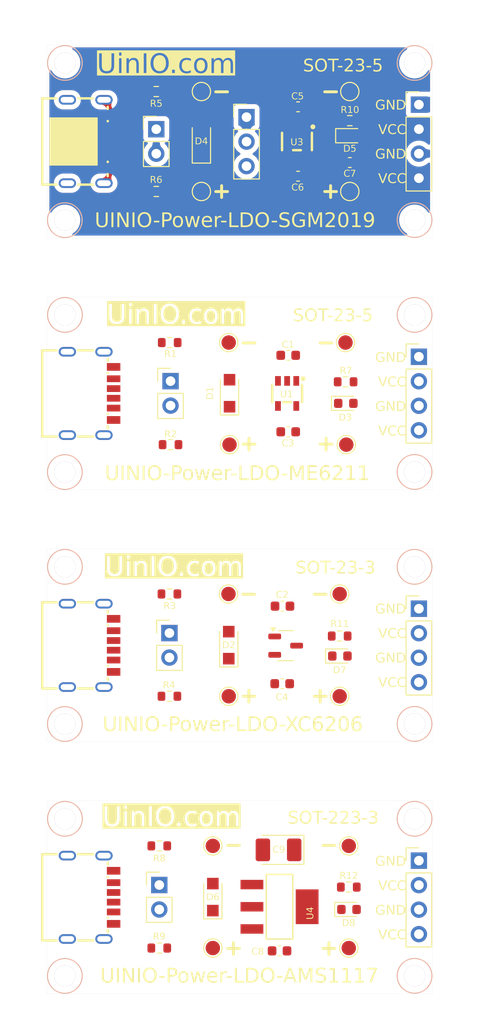
<source format=kicad_pcb>
(kicad_pcb (version 20240108) (generator "pcbnew") (generator_version "8.0")
  (title_block (title "UINIO-Power-LDO") (date "2024-04-23") (rev "Version 1.0.0") (company "UinIO.com 电子技术实验室"))
  (layers (0 "F.Cu" signal) (31 "B.Cu" signal) (34 "B.Paste" user) (35 "F.Paste" user) (36 "B.SilkS" user "B.Silkscreen") (37 "F.SilkS" user "F.Silkscreen") (38 "B.Mask" user) (39 "F.Mask" user) (44 "Edge.Cuts" user))
  (net 0 "")
  (net 1 "GND-ME6211")
  (net 2 "Net-(D6-K)")
  (net 3 "GND-XC6206")
  (net 4 "GND-SGM2019")
  (net 5 "Net-(U3-FB)")
  (net 6 "GND-AMS1117")
  (net 7 "Net-(D2-K)")
  (net 8 "Net-(D1-A)")
  (net 9 "Net-(D2-A)")
  (net 10 "Net-(D3-A)")
  (net 11 "Net-(D4-A)")
  (net 12 "Net-(D5-A)")
  (net 13 "Net-(D6-A)")
  (net 14 "Net-(USB3-CC1)")
  (net 15 "Net-(USB3-CC2)")
  (net 16 "Net-(USB2-CC2)")
  (net 17 "Net-(USB2-CC1)")
  (net 18 "Net-(USB1-CC2)")
  (net 19 "Net-(USB1-CC1)")
  (net 20 "Net-(USB4-CC1)")
  (net 21 "Net-(USB4-CC2)")
  (net 23 "Net-(D1-K)")
  (net 24 "Net-(D4-K)")
  (net 25 "Net-(J4-Pin_2)")
  (net 26 "Output-ME6211")
  (net 27 "Output-XC6206")
  (net 28 "Output-SGM2019")
  (net 29 "Output-AMS1117")
  (net 30 "Net-(D7-A)")
  (net 31 "Net-(D8-A)")
  (footprint "Capacitor_SMD:C_0603_1608Metric" (layer "F.Cu") (at 150.7525 61.781667)
    (property "Reference" "C5" (at -0.0525 -1.065 0) (layer "F.SilkS") (effects (font (size 0.7 0.7))))
    (property "Value" "1uF")
    (pad "1" smd roundrect (at -0.775 0) (size 0.9 0.95) (layers "F.Cu" "F.Paste" "F.Mask") (net 4 "GND-SGM2019"))
    (pad "2" smd roundrect (at 0.775 0) (size 0.9 0.95) (layers "F.Cu" "F.Paste" "F.Mask") (net 24 "Net-(D4-K)"))
  )
  (footprint "Uinio:Hole-2mm" (layer "F.Cu") (at 126.56 57.236667)
    (property "Reference" "HOLE**" (hide yes))
    (property "Value" "Hole-2mm" (hide yes))
    (pad "" thru_hole circle (at 0 0) (size 2.2 2.2) (drill 2.2) (layers "*.Cu" "*.Mask"))
  )
  (footprint "Uinio:SOT-223-3_L6.6-W3.5-P2.30-LS7.0-BL" (layer "F.Cu") (at 148.828 144.696667 -90)
    (property "Reference" "U4" (at 0 -3.207 90) (layer "F.SilkS") (effects (font (size 0.7 0.7)) (justify right)))
    (property "Value" "AMS1117")
    (pad "1" smd rect (at -2.3 2.863) (size 2.366 0.98) (layers "F.Cu" "F.Paste" "F.Mask") (net 6 "GND-AMS1117"))
    (pad "2" smd rect (at 0 2.863) (size 2.366 0.98) (layers "F.Cu" "F.Paste" "F.Mask") (net 29 "Output-AMS1117"))
    (pad "3" smd rect (at 2.3 2.863) (size 2.366 0.98) (layers "F.Cu" "F.Paste" "F.Mask") (net 2 "Net-(D6-K)"))
    (pad "4" smd rect (at 0 -2.863) (size 2.366 3.6) (layers "F.Cu" "F.Paste" "F.Mask") (net 29 "Output-AMS1117"))
  )
  (footprint "Capacitor_SMD:C_0603_1608Metric" (layer "F.Cu") (at 149.7288 87.536667 180)
    (property "Reference" "C1" (at 0.0188 1.07 180) (layer "F.SilkS") (effects (font (size 0.7 0.7))))
    (property "Value" "1uF")
    (pad "1" smd roundrect (at -0.775 0 180) (size 0.9 0.95) (layers "F.Cu" "F.Paste" "F.Mask") (net 1 "GND-ME6211"))
    (pad "2" smd roundrect (at 0.775 0 180) (size 0.9 0.95) (layers "F.Cu" "F.Paste" "F.Mask") (net 23 "Net-(D1-K)"))
  )
  (footprint "Uinio:Hole-2mm" (layer "F.Cu") (at 162.84 109.463333)
    (property "Reference" "HOLE**" (hide yes))
    (property "Value" "Hole-2mm" (hide yes))
    (pad "" thru_hole circle (at 0 0) (size 2.2 2.2) (drill 2.2) (layers "*.Cu" "*.Mask"))
  )
  (footprint "Uinio:Hole-2mm" (layer "F.Cu") (at 126.55 99.64)
    (property "Reference" "HOLE**" (hide yes))
    (property "Value" "Hole-2mm" (hide yes))
    (pad "" thru_hole circle (at 0 0) (size 2.2 2.2) (drill 2.2) (layers "*.Cu" "*.Mask"))
  )
  (footprint "Uinio:USB-TYPEC-250-BRP6L68" (layer "F.Cu") (at 129.21 65.376667 -90)
    (property "Reference" "USB3" (hide yes))
    (property "Value" "USB_Type_C_6Pin")
    (pad "1" thru_hole oval (at -4.32 -1.4 270) (size 1 1.8) (drill oval 0.6 1.4) (layers "*.Cu" "*.Mask") (net 4 "GND-SGM2019"))
    (pad "2" thru_hole oval (at 4.32 -1.4 270) (size 1 1.8) (drill oval 0.6 1.4) (layers "*.Cu" "*.Mask") (net 4 "GND-SGM2019"))
    (pad "3" thru_hole oval (at -4.32 2.4 270) (size 1 1.8) (drill oval 0.6 1.4) (layers "*.Cu" "*.Mask") (net 4 "GND-SGM2019"))
    (pad "4" thru_hole oval (at 4.32 2.4 270) (size 1 1.8) (drill oval 0.6 1.4) (layers "*.Cu" "*.Mask") (net 4 "GND-SGM2019"))
    (pad "A5" smd rect (at -0.5 -2.4 270) (size 0.7 1.4) (layers "F.Cu" "F.Paste" "F.Mask") (net 14 "Net-(USB3-CC1)"))
    (pad "A9" smd rect (at 1.52 -2.4 270) (size 0.7 1.4) (layers "F.Cu" "F.Paste" "F.Mask") (net 11 "Net-(D4-A)"))
    (pad "A12" smd rect (at 2.75 -2.4 270) (size 0.8 1.4) (layers "F.Cu" "F.Paste" "F.Mask") (net 4 "GND-SGM2019"))
    (pad "B5" smd rect (at 0.5 -2.4 270) (size 0.7 1.4) (layers "F.Cu" "F.Paste" "F.Mask") (net 15 "Net-(USB3-CC2)"))
    (pad "B9" smd rect (at -1.52 -2.4 270) (size 0.7 1.4) (layers "F.Cu" "F.Paste" "F.Mask") (net 11 "Net-(D4-A)"))
    (pad "B12" smd rect (at -2.75 -2.4 270) (size 0.8 1.4) (layers "F.Cu" "F.Paste" "F.Mask") (net 4 "GND-SGM2019"))
  )
  (footprint "TestPoint:TestPoint_Pad_D1.5mm" (layer "F.Cu") (at 155.07 122.876667)
    (property "Reference" "TP16" (hide yes))
    (property "Value" "TestPoint")
    (pad "1" smd circle (at 0 0) (size 1.5 1.5) (layers "F.Cu" "F.Mask") (net 3 "GND-XC6206"))
  )
  (footprint "Capacitor_SMD:C_0603_1608Metric" (layer "F.Cu") (at 149.105 121.576667 180)
    (property "Reference" "C4" (at 0.026 -1.43 180) (layer "F.SilkS") (effects (font (size 0.7 0.7))))
    (property "Value" "1uF")
    (pad "1" smd roundrect (at -0.775 0 180) (size 0.9 0.95) (layers "F.Cu" "F.Paste" "F.Mask") (net 27 "Output-XC6206"))
    (pad "2" smd roundrect (at 0.775 0 180) (size 0.9 0.95) (layers "F.Cu" "F.Paste" "F.Mask") (net 3 "GND-XC6206"))
  )
  (footprint "Uinio:SOT-23-5_L3.0-W1.7-P0.95-LS2.8-BR" (layer "F.Cu") (at 149.6148 91.49 90)
    (property "Reference" "U1" (at -0.106667 0.6252 0) (layer "F.SilkS") (effects (font (size 0.7 0.7)) (justify right)))
    (property "Value" "ME6211C33M5G-N")
    (pad "1" smd rect (at 1.3 0.95 90) (size 1 0.6) (layers "F.Cu" "F.Paste" "F.Mask") (net 23 "Net-(D1-K)"))
    (pad "2" smd rect (at 1.3 0 90) (size 1 0.6) (layers "F.Cu" "F.Paste" "F.Mask") (net 1 "GND-ME6211"))
    (pad "3" smd rect (at 1.3 -0.95 90) (size 1 0.6) (layers "F.Cu" "F.Paste" "F.Mask") (net 23 "Net-(D1-K)"))
    (pad "4" smd rect (at -1.3 -0.95 90) (size 1 0.6) (layers "F.Cu" "F.Paste" "F.Mask"))
    (pad "5" smd rect (at -1.3 0.95 90) (size 1 0.6) (layers "F.Cu" "F.Paste" "F.Mask") (net 26 "Output-ME6211"))
  )
  (footprint "Uinio:Hole-2mm" (layer "F.Cu") (at 162.84 83.35)
    (property "Reference" "HOLE**" (hide yes))
    (property "Value" "Hole-2mm" (hide yes))
    (pad "" thru_hole circle (at 0 0) (size 2.2 2.2) (drill 2.2) (layers "*.Cu" "*.Mask"))
  )
  (footprint "TestPoint:TestPoint_Pad_D1.5mm" (layer "F.Cu") (at 156.015 138.386667)
    (property "Reference" "TP15" (hide yes))
    (property "Value" "TestPoint")
    (pad "1" smd circle (at 0 0) (size 1.5 1.5) (layers "F.Cu" "F.Mask") (net 6 "GND-AMS1117"))
  )
  (footprint "Connector_PinHeader_2.54mm:PinHeader_1x04_P2.54mm_Vertical" (layer "F.Cu") (at 163.29 87.69)
    (property "Reference" "J7" (hide yes))
    (property "Value" "Conn_01x04_Pin")
    (pad "1" thru_hole rect (at 0 0) (size 1.7 1.7) (drill 1) (layers "*.Cu" "*.Mask") (net 1 "GND-ME6211"))
    (pad "2" thru_hole oval (at 0 2.54) (size 1.7 1.7) (drill 1) (layers "*.Cu" "*.Mask") (net 26 "Output-ME6211"))
    (pad "3" thru_hole oval (at 0 5.08) (size 1.7 1.7) (drill 1) (layers "*.Cu" "*.Mask") (net 1 "GND-ME6211"))
    (pad "4" thru_hole oval (at 0 7.62) (size 1.7 1.7) (drill 1) (layers "*.Cu" "*.Mask") (net 26 "Output-ME6211"))
  )
  (footprint "Uinio:Hole-2mm" (layer "F.Cu") (at 162.84 135.576667)
    (property "Reference" "HOLE**" (hide yes))
    (property "Value" "Hole-2mm" (hide yes))
    (pad "" thru_hole circle (at 0 0) (size 2.2 2.2) (drill 2.2) (layers "*.Cu" "*.Mask"))
  )
  (footprint "Resistor_SMD:R_0603_1608Metric" (layer "F.Cu") (at 137.402 122.876667)
    (property "Reference" "R4" (at -0.032 -1.12 0) (layer "F.SilkS") (effects (font (size 0.7 0.7))))
    (property "Value" "5.1k")
    (pad "1" smd roundrect (at -0.825 0) (size 0.8 0.95) (layers "F.Cu" "F.Paste" "F.Mask") (net 16 "Net-(USB2-CC2)"))
    (pad "2" smd roundrect (at 0.825 0) (size 0.8 0.95) (layers "F.Cu" "F.Paste" "F.Mask") (net 3 "GND-XC6206"))
  )
  (footprint "Connector_PinHeader_2.54mm:PinHeader_1x02_P2.54mm_Vertical" (layer "F.Cu") (at 136.03675 64.101667)
    (property "Reference" "J3" (hide yes))
    (property "Value" "Conn_01x02_Pin")
    (pad "1" thru_hole rect (at 0 0) (size 1.7 1.7) (drill 1) (layers "*.Cu" "*.Mask") (net 11 "Net-(D4-A)"))
    (pad "2" thru_hole oval (at 0 2.54) (size 1.7 1.7) (drill 1) (layers "*.Cu" "*.Mask") (net 4 "GND-SGM2019"))
  )
  (footprint "Connector_PinHeader_2.54mm:PinHeader_1x04_P2.54mm_Vertical" (layer "F.Cu") (at 163.29 113.803333)
    (property "Reference" "J9" (hide yes))
    (property "Value" "Conn_01x04_Pin")
    (pad "1" thru_hole rect (at 0 0) (size 1.7 1.7) (drill 1) (layers "*.Cu" "*.Mask") (net 3 "GND-XC6206"))
    (pad "2" thru_hole oval (at 0 2.54) (size 1.7 1.7) (drill 1) (layers "*.Cu" "*.Mask") (net 27 "Output-XC6206"))
    (pad "3" thru_hole oval (at 0 5.08) (size 1.7 1.7) (drill 1) (layers "*.Cu" "*.Mask") (net 3 "GND-XC6206"))
    (pad "4" thru_hole oval (at 0 7.62) (size 1.7 1.7) (drill 1) (layers "*.Cu" "*.Mask") (net 27 "Output-XC6206"))
  )
  (footprint "Uinio:Hole-2mm" (layer "F.Cu") (at 126.56 83.35)
    (property "Reference" "HOLE**" (hide yes))
    (property "Value" "Hole-2mm" (hide yes))
    (pad "" thru_hole circle (at 0 0) (size 2.2 2.2) (drill 2.2) (layers "*.Cu" "*.Mask"))
  )
  (footprint "Capacitor_SMD:C_0603_1608Metric" (layer "F.Cu") (at 149.7288 95.466667)
    (property "Reference" "C3" (at -0.0288 1.21 0) (layer "F.SilkS") (effects (font (size 0.7 0.7))))
    (property "Value" "1uF")
    (pad "1" smd roundrect (at -0.775 0) (size 0.9 0.95) (layers "F.Cu" "F.Paste" "F.Mask") (net 1 "GND-ME6211"))
    (pad "2" smd roundrect (at 0.775 0) (size 0.9 0.95) (layers "F.Cu" "F.Paste" "F.Mask") (net 26 "Output-ME6211"))
  )
  (footprint "Capacitor_SMD:C_0603_1608Metric" (layer "F.Cu") (at 148.828 149.269667)
    (property "Reference" "C8" (at -2.268 0.097 360) (layer "F.SilkS") (effects (font (size 0.7 0.7))))
    (property "Value" "10uF")
    (pad "1" smd roundrect (at -0.775 0) (size 0.9 0.95) (layers "F.Cu" "F.Paste" "F.Mask") (net 2 "Net-(D6-K)"))
    (pad "2" smd roundrect (at 0.775 0) (size 0.9 0.95) (layers "F.Cu" "F.Paste" "F.Mask") (net 6 "GND-AMS1117"))
  )
  (footprint "Resistor_SMD:R_0603_1608Metric" (layer "F.Cu") (at 136.35 148.976667)
    (property "Reference" "R9" (at -0.012 -1.18 0) (layer "F.SilkS") (effects (font (size 0.7 0.7))))
    (property "Value" "5.1k")
    (pad "1" smd roundrect (at -0.825 0) (size 0.8 0.95) (layers "F.Cu" "F.Paste" "F.Mask") (net 21 "Net-(USB4-CC2)"))
    (pad "2" smd roundrect (at 0.825 0) (size 0.8 0.95) (layers "F.Cu" "F.Paste" "F.Mask") (net 6 "GND-AMS1117"))
  )
  (footprint "TestPoint:TestPoint_Pad_D1.5mm" (layer "F.Cu") (at 155.7574 96.796667)
    (property "Reference" "TP5" (hide yes))
    (property "Value" "TestPoint")
    (pad "1" smd circle (at 0 0) (size 1.5 1.5) (layers "F.Cu" "F.Mask") (net 26 "Output-ME6211"))
  )
  (footprint "Resistor_SMD:R_0603_1608Metric" (layer "F.Cu") (at 155.685 90.286667 180)
    (property "Reference" "R7" (at -0.04 1.13 180) (layer "F.SilkS") (effects (font (size 0.7 0.7))))
    (property "Value" "2K")
    (pad "1" smd roundrect (at -0.825 0 180) (size 0.8 0.95) (layers "F.Cu" "F.Paste" "F.Mask") (net 10 "Net-(D3-A)"))
    (pad "2" smd roundrect (at 0.825 0 180) (size 0.8 0.95) (layers "F.Cu" "F.Paste" "F.Mask") (net 26 "Output-ME6211"))
  )
  (footprint "Resistor_SMD:R_0603_1608Metric" (layer "F.Cu") (at 136.03675 60.196667)
    (property "Reference" "R5" (at -0.005 1.28 0) (layer "F.SilkS") (effects (font (size 0.7 0.7))))
    (property "Value" "5.1k")
    (pad "1" smd roundrect (at -0.825 0) (size 0.8 0.95) (layers "F.Cu" "F.Paste" "F.Mask") (net 14 "Net-(USB3-CC1)"))
    (pad "2" smd roundrect (at 0.825 0) (size 0.8 0.95) (layers "F.Cu" "F.Paste" "F.Mask") (net 4 "GND-SGM2019"))
  )
  (footprint "TestPoint:TestPoint_Pad_D1.5mm" (layer "F.Cu") (at 156.015 148.976667)
    (property "Reference" "TP12" (hide yes))
    (property "Value" "TestPoint")
    (pad "1" smd circle (at 0 0) (size 1.5 1.5) (layers "F.Cu" "F.Mask") (net 29 "Output-AMS1117"))
  )
  (footprint "Uinio:Hole-2mm" (layer "F.Cu") (at 162.84 125.743333)
    (property "Reference" "HOLE**" (hide yes))
    (property "Value" "Hole-2mm" (hide yes))
    (pad "" thru_hole circle (at 0 0) (size 2.2 2.2) (drill 2.2) (layers "*.Cu" "*.Mask"))
  )
  (footprint "Capacitor_SMD:C_0603_1608Metric" (layer "F.Cu") (at 156.12 67.556667 180)
    (property "Reference" "C7" (at 0 -1.18 180) (layer "F.SilkS") (effects (font (size 0.7 0.7))))
    (property "Value" "1uF")
    (pad "1" smd roundrect (at -0.775 0 180) (size 0.9 0.95) (layers "F.Cu" "F.Paste" "F.Mask") (net 4 "GND-SGM2019"))
    (pad "2" smd roundrect (at 0.775 0 180) (size 0.9 0.95) (layers "F.Cu" "F.Paste" "F.Mask") (net 28 "Output-SGM2019"))
  )
  (footprint "Uinio:USB-TYPEC-250-BRP6L68" (layer "F.Cu") (at 129.21 143.716667 -90)
    (property "Reference" "USB4" (hide yes))
    (property "Value" "USB_Type_C_6Pin")
    (pad "1" thru_hole oval (at -4.32 -1.4 270) (size 1 1.8) (drill oval 0.6 1.4) (layers "*.Cu" "*.Mask") (net 6 "GND-AMS1117"))
    (pad "2" thru_hole oval (at 4.32 -1.4 270) (size 1 1.8) (drill oval 0.6 1.4) (layers "*.Cu" "*.Mask") (net 6 "GND-AMS1117"))
    (pad "3" thru_hole oval (at -4.32 2.4 270) (size 1 1.8) (drill oval 0.6 1.4) (layers "*.Cu" "*.Mask") (net 6 "GND-AMS1117"))
    (pad "4" thru_hole oval (at 4.32 2.4 270) (size 1 1.8) (drill oval 0.6 1.4) (layers "*.Cu" "*.Mask") (net 6 "GND-AMS1117"))
    (pad "A5" smd rect (at -0.5 -2.4 270) (size 0.7 1.4) (layers "F.Cu" "F.Paste" "F.Mask") (net 20 "Net-(USB4-CC1)"))
    (pad "A9" smd rect (at 1.52 -2.4 270) (size 0.7 1.4) (layers "F.Cu" "F.Paste" "F.Mask") (net 13 "Net-(D6-A)"))
    (pad "A12" smd rect (at 2.75 -2.4 270) (size 0.8 1.4) (layers "F.Cu" "F.Paste" "F.Mask") (net 6 "GND-AMS1117"))
    (pad "B5" smd rect (at 0.5 -2.4 270) (size 0.7 1.4) (layers "F.Cu" "F.Paste" "F.Mask") (net 21 "Net-(USB4-CC2)"))
    (pad "B9" smd rect (at -1.52 -2.4 270) (size 0.7 1.4) (layers "F.Cu" "F.Paste" "F.Mask") (net 13 "Net-(D6-A)"))
    (pad "B12" smd rect (at -2.75 -2.4 270) (size 0.8 1.4) (layers "F.Cu" "F.Paste" "F.Mask") (net 6 "GND-AMS1117"))
  )
  (footprint "LED_SMD:LED_0603_1608Metric" (layer "F.Cu") (at 156.14 64.776667)
    (property "Reference" "D5" (at -0.0225 1.37 0) (layer "F.SilkS") (effects (font (size 0.7 0.7))))
    (property "Value" "LED_Red")
    (pad "1" smd roundrect (at -0.7875 0) (size 0.875 0.95) (layers "F.Cu" "F.Paste" "F.Mask") (net 4 "GND-SGM2019"))
    (pad "2" smd roundrect (at 0.7875 0) (size 0.875 0.95) (layers "F.Cu" "F.Paste" "F.Mask") (net 12 "Net-(D5-A)"))
  )
  (footprint "Capacitor_Tantalum_SMD:CP_EIA-3528-15_AVX-H_Pad1.50x2.35mm_HandSolder" (layer "F.Cu") (at 148.725 138.799667 180)
    (property "Reference" "C9" (at -0.025 0 180) (layer "F.SilkS") (effects (font (size 0.7 0.7))))
    (property "Value" "22uF")
    (pad "1" smd roundrect (at -1.625 0 180) (size 1.5 2.35) (layers "F.Cu" "F.Paste" "F.Mask") (roundrect_rratio 0.166667) (net 29 "Output-AMS1117"))
    (pad "2" smd roundrect (at 1.625 0 180) (size 1.5 2.35) (layers "F.Cu" "F.Paste" "F.Mask") (roundrect_rratio 0.166667) (net 6 "GND-AMS1117"))
  )
  (footprint "Connector_PinHeader_2.54mm:PinHeader_1x02_P2.54mm_Vertical" (layer "F.Cu") (at 137.5176 90.215)
    (property "Reference" "J1" (hide yes))
    (property "Value" "Conn_01x02_Pin")
    (pad "1" thru_hole rect (at 0 0) (size 1.7 1.7) (drill 1) (layers "*.Cu" "*.Mask") (net 8 "Net-(D1-A)"))
    (pad "2" thru_hole oval (at 0 2.54) (size 1.7 1.7) (drill 1) (layers "*.Cu" "*.Mask") (net 1 "GND-ME6211"))
  )
  (footprint "Uinio:Hole-2mm" (layer "F.Cu") (at 162.84 99.63)
    (property "Reference" "HOLE**" (hide yes))
    (property "Value" "Hole-2mm" (hide yes))
    (pad "" thru_hole circle (at 0 0) (size 2.2 2.2) (drill 2.2) (layers "*.Cu" "*.Mask"))
  )
  (footprint "Connector_PinHeader_2.54mm:PinHeader_1x04_P2.54mm_Vertical" (layer "F.Cu") (at 163.29 61.556667)
    (property "Reference" "J5" (hide yes))
    (property "Value" "Conn_01x04_Pin")
    (pad "1" thru_hole rect (at 0 0) (size 1.7 1.7) (drill 1) (layers "*.Cu" "*.Mask") (net 4 "GND-SGM2019"))
    (pad "2" thru_hole oval (at 0 2.54) (size 1.7 1.7) (drill 1) (layers "*.Cu" "*.Mask") (net 28 "Output-SGM2019"))
    (pad "3" thru_hole oval (at 0 5.08) (size 1.7 1.7) (drill 1) (layers "*.Cu" "*.Mask") (net 4 "GND-SGM2019"))
    (pad "4" thru_hole oval (at 0 7.62) (size 1.7 1.7) (drill 1) (layers "*.Cu" "*.Mask") (net 28 "Output-SGM2019"))
  )
  (footprint "LED_SMD:LED_0603_1608Metric" (layer "F.Cu") (at 156.035 144.976667)
    (property "Reference" "D8" (at -0.043 1.44 0) (layer "F.SilkS") (effects (font (size 0.7 0.7))))
    (property "Value" "LED_Red")
    (pad "1" smd roundrect (at -0.7875 0) (size 0.875 0.95) (layers "F.Cu" "F.Paste" "F.Mask") (net 6 "GND-AMS1117"))
    (pad "2" smd roundrect (at 0.7875 0) (size 0.875 0.95) (layers "F.Cu" "F.Paste" "F.Mask") (net 31 "Net-(D8-A)"))
  )
  (footprint "Uinio:Hole-2mm" (layer "F.Cu") (at 162.84 57.236667)
    (property "Reference" "HOLE**" (hide yes))
    (property "Value" "Hole-2mm" (hide yes))
    (pad "" thru_hole circle (at 0 0) (size 2.2 2.2) (drill 2.2) (layers "*.Cu" "*.Mask"))
  )
  (footprint "Diode_SMD:Nexperia_CFP3_SOD-123W" (layer "F.Cu") (at 143.6402 91.4675 90)
    (property "Reference" "D1" (at 0 -2 -90) (layer "F.SilkS") (effects (font (size 0.7 0.7))))
    (property "Value" "1N5819")
    (pad "1" smd rect (at -1.4 0 90) (size 1.2 1.2) (layers "F.Cu" "F.Paste" "F.Mask") (net 23 "Net-(D1-K)"))
    (pad "2" smd rect (at 1.4 0 90) (size 1.2 1.2) (layers "F.Cu" "F.Paste" "F.Mask") (net 8 "Net-(D1-A)"))
  )
  (footprint "TestPoint:TestPoint_Pad_D1.5mm" (layer "F.Cu") (at 141.907 148.976667)
    (property "Reference" "TP11" (hide yes))
    (property "Value" "TestPoint")
    (pad "1" smd circle (at 0 0) (size 1.5 1.5) (layers "F.Cu" "F.Mask") (net 2 "Net-(D6-K)"))
  )
  (footprint "Uinio:Hole-2mm" (layer "F.Cu") (at 126.55 125.753333)
    (property "Reference" "HOLE**" (hide yes))
    (property "Value" "Hole-2mm" (hide yes))
    (pad "" thru_hole circle (at 0 0) (size 2.2 2.2) (drill 2.2) (layers "*.Cu" "*.Mask"))
  )
  (footprint "Uinio:Hole-2mm" (layer "F.Cu") (at 126.55 151.866667)
    (property "Reference" "HOLE**" (hide yes))
    (property "Value" "Hole-2mm" (hide yes))
    (pad "" thru_hole circle (at 0 0) (size 2.2 2.2) (drill 2.2) (layers "*.Cu" "*.Mask"))
  )
  (footprint "Resistor_SMD:R_0603_1608Metric" (layer "F.Cu") (at 156.015 142.656667)
    (property "Reference" "R12" (at 0 -1.15 0) (layer "F.SilkS") (effects (font (size 0.7 0.7))))
    (property "Value" "2K")
    (pad "1" smd roundrect (at -0.825 0) (size 0.8 0.95) (layers "F.Cu" "F.Paste" "F.Mask") (net 29 "Output-AMS1117"))
    (pad "2" smd roundrect (at 0.825 0) (size 0.8 0.95) (layers "F.Cu" "F.Paste" "F.Mask") (net 31 "Net-(D8-A)"))
  )
  (footprint "Uinio:Hole-2mm" (layer "F.Cu") (at 162.84 73.516667)
    (property "Reference" "HOLE**" (hide yes))
    (property "Value" "Hole-2mm" (hide yes))
    (pad "" thru_hole circle (at 0 0) (size 2.2 2.2) (drill 2.2) (layers "*.Cu" "*.Mask"))
  )
  (footprint "TestPoint:TestPoint_Pad_D1.5mm" (layer "F.Cu") (at 141.907 138.386667)
    (property "Reference" "TP9" (hide yes))
    (property "Value" "TestPoint")
    (pad "1" smd circle (at 0 0) (size 1.5 1.5) (layers "F.Cu" "F.Mask") (net 13 "Net-(D6-A)"))
  )
  (footprint "Resistor_SMD:R_0603_1608Metric" (layer "F.Cu") (at 136.03675 70.556667)
    (property "Reference" "R6" (at -0.015 -1.18 0) (layer "F.SilkS") (effects (font (size 0.7 0.7))))
    (property "Value" "5.1k")
    (pad "1" smd roundrect (at -0.825 0) (size 0.8 0.95) (layers "F.Cu" "F.Paste" "F.Mask") (net 15 "Net-(USB3-CC2)"))
    (pad "2" smd roundrect (at 0.825 0) (size 0.8 0.95) (layers "F.Cu" "F.Paste" "F.Mask") (net 4 "GND-SGM2019"))
  )
  (footprint "Resistor_SMD:R_0603_1608Metric" (layer "F.Cu") (at 156.12 63.216667 180)
    (property "Reference" "R10" (at -0.01 1.09 180) (layer "F.SilkS") (effects (font (size 0.7 0.7))))
    (property "Value" "2K")
    (pad "1" smd roundrect (at -0.825 0 180) (size 0.8 0.95) (layers "F.Cu" "F.Paste" "F.Mask") (net 12 "Net-(D5-A)"))
    (pad "2" smd roundrect (at 0.825 0 180) (size 0.8 0.95) (layers "F.Cu" "F.Paste" "F.Mask") (net 28 "Output-SGM2019"))
  )
  (footprint "LED_SMD:LED_0603_1608Metric" (layer "F.Cu") (at 155.09 118.706667)
    (property "Reference" "D7" (at -0.0225 1.49 0) (layer "F.SilkS") (effects (font (size 0.7 0.7))))
    (property "Value" "LED_Red")
    (pad "1" smd roundrect (at -0.7875 0) (size 0.875 0.95) (layers "F.Cu" "F.Paste" "F.Mask") (net 3 "GND-XC6206"))
    (pad "2" smd roundrect (at 0.7875 0) (size 0.875 0.95) (layers "F.Cu" "F.Paste" "F.Mask") (net 30 "Net-(D7-A)"))
  )
  (footprint "TestPoint:TestPoint_Pad_D1.5mm" (layer "F.Cu") (at 143.6376 96.796667)
    (property "Reference" "TP1" (hide yes))
    (property "Value" "TestPoint")
    (pad "1" smd circle (at 0 0) (size 1.5 1.5) (layers "F.Cu" "F.Mask") (net 8 "Net-(D1-A)"))
  )
  (footprint "TestPoint:TestPoint_Pad_D1.5mm" (layer "F.Cu") (at 143.53 112.276667)
    (property "Reference" "TP3" (hide yes))
    (property "Value" "TestPoint")
    (pad "1" smd circle (at 0 0) (size 1.5 1.5) (layers "F.Cu" "F.Mask") (net 9 "Net-(D2-A)"))
  )
  (footprint "TestPoint:TestPoint_Pad_D1.5mm" (layer "F.Cu") (at 140.72 70.556667 90)
    (property "Reference" "TP8" (hide yes))
    (property "Value" "TestPoint")
    (pad "1" smd circle (at 0 0 90) (size 1.5 1.5) (layers "F.Cu" "F.Mask") (net 24 "Net-(D4-K)"))
  )
  (footprint "Diode_SMD:Nexperia_CFP3_SOD-123W" (layer "F.Cu") (at 140.72 65.354167 90)
    (property "Reference" "D4" (at -0.0225 0 0) (layer "F.SilkS") (effects (font (size 0.7 0.7))))
    (property "Value" "1N5819")
    (pad "1" smd rect (at -1.4 0 90) (size 1.2 1.2) (layers "F.Cu" "F.Paste" "F.Mask") (net 24 "Net-(D4-K)"))
    (pad "2" smd rect (at 1.4 0 90) (size 1.2 1.2) (layers "F.Cu" "F.Paste" "F.Mask") (net 11 "Net-(D4-A)"))
  )
  (footprint "Package_TO_SOT_SMD:SOT-23-3" (layer "F.Cu") (at 149.465 117.630833)
    (property "Reference" "U2" (hide yes))
    (property "Value" "XC6206PxxxMR")
    (pad "1" smd roundrect (at -1.1375 -0.95) (size 1.325 0.6) (layers "F.Cu" "F.Paste" "F.Mask") (net 3 "GND-XC6206"))
    (pad "2" smd roundrect (at -1.1375 0.95) (size 1.325 0.6) (layers "F.Cu" "F.Paste" "F.Mask") (net 27 "Output-XC6206"))
    (pad "3" smd roundrect (at 1.1375 0) (size 1.325 0.6) (layers "F.Cu" "F.Paste" "F.Mask") (net 7 "Net-(D2-K)"))
  )
  (footprint "Diode_SMD:Nexperia_CFP3_SOD-123W" (layer "F.Cu") (at 143.559 117.580833 90)
    (property "Reference" "D2" (at -0.0225 0 0) (layer "F.SilkS") (effects (font (size 0.7 0.7))))
    (property "Value" "1N5819")
    (pad "1" smd rect (at -1.4 0 90) (size 1.2 1.2) (layers "F.Cu" "F.Paste" "F.Mask") (net 7 "Net-(D2-K)"))
    (pad "2" smd rect (at 1.4 0 90) (size 1.2 1.2) (layers "F.Cu" "F.Paste" "F.Mask") (net 9 "Net-(D2-A)"))
  )
  (footprint "Connector_PinHeader_2.54mm:PinHeader_1x02_P2.54mm_Vertical" (layer "F.Cu") (at 137.402 116.328333)
    (property "Reference" "J2" (hide yes))
    (property "Value" "Conn_01x02_Pin")
    (pad "1" thru_hole rect (at 0 0) (size 1.7 1.7) (drill 1) (layers "*.Cu" "*.Mask") (net 9 "Net-(D2-A)"))
    (pad "2" thru_hole oval (at 0 2.54) (size 1.7 1.7) (drill 1) (layers "*.Cu" "*.Mask") (net 1 "GND-ME6211"))
  )
  (footprint "Resistor_SMD:R_0603_1608Metric" (layer "F.Cu") (at 137.402 112.276667)
    (property "Reference" "R3" (at 0.028 1.26 0) (layer "F.SilkS") (effects (font (size 0.7 0.7))))
    (property "Value" "5.1k")
    (pad "1" smd roundrect (at -0.825 0) (size 0.8 0.95) (layers "F.Cu" "F.Paste" "F.Mask") (net 17 "Net-(USB2-CC1)"))
    (pad "2" smd roundrect (at 0.825 0) (size 0.8 0.95) (layers "F.Cu" "F.Paste" "F.Mask") (net 3 "GND-XC6206"))
  )
  (footprint "Resistor_SMD:R_0603_1608Metric" (layer "F.Cu") (at 137.515 96.796667)
    (property "Reference" "R2" (at 0 -1.06 0) (layer "F.SilkS") (effects (font (size 0.7 0.7))))
    (property "Value" "5.1k")
    (pad "1" smd roundrect (at -0.825 0) (size 0.8 0.95) (layers "F.Cu" "F.Paste" "F.Mask") (net 18 "Net-(USB1-CC2)"))
    (pad "2" smd roundrect (at 0.825 0) (size 0.8 0.95) (layers "F.Cu" "F.Paste" "F.Mask") (net 1 "GND-ME6211"))
  )
  (footprint "Connector_PinHeader_2.54mm:PinHeader_1x03_P2.54mm_Vertical" (layer "F.Cu") (at 145.40325 62.851667)
    (property "Reference" "J4" (hide yes))
    (property "Value" "Conn_01x03_Pin")
    (pad "1" thru_hole rect (at 0 0) (size 1.7 1.7) (drill 1) (layers "*.Cu" "*.Mask") (net 4 "GND-SGM2019"))
    (pad "2" thru_hole oval (at 0 2.54) (size 1.7 1.7) (drill 1) (layers "*.Cu" "*.Mask") (net 25 "Net-(J4-Pin_2)"))
    (pad "3" thru_hole oval (at 0 5.08) (size 1.7 1.7) (drill 1) (layers "*.Cu" "*.Mask") (net 24 "Net-(D4-K)"))
  )
  (footprint "TestPoint:TestPoint_Pad_D1.5mm" (layer "F.Cu") (at 155.07 112.276667)
    (property "Reference" "TP7" (hide yes))
    (property "Value" "TestPoint")
    (pad "1" smd circle (at 0 0) (size 1.5 1.5) (layers "F.Cu" "F.Mask") (net 27 "Output-XC6206"))
  )
  (footprint "Diode_SMD:Nexperia_CFP3_SOD-123W" (layer "F.Cu") (at 141.907 143.694167 90)
    (property "Reference" "D6" (at -0.0225 0 0) (layer "F.SilkS") (effects (font (size 0.7 0.7))))
    (property "Value" "1N5819")
    (pad "1" smd rect (at -1.4 0 90) (size 1.2 1.2) (layers "F.Cu" "F.Paste" "F.Mask") (net 2 "Net-(D6-K)"))
    (pad "2" smd rect (at 1.4 0 90) (size 1.2 1.2) (layers "F.Cu" "F.Paste" "F.Mask") (net 13 "Net-(D6-A)"))
  )
  (footprint "TestPoint:TestPoint_Pad_D1.5mm" (layer "F.Cu") (at 143.559 122.876667)
    (property "Reference" "TP4" (hide yes))
    (property "Value" "TestPoint")
    (pad "1" smd circle (at 0 0) (size 1.5 1.5) (layers "F.Cu" "F.Mask") (net 7 "Net-(D2-K)"))
  )
  (footprint "Capacitor_SMD:C_0603_1608Metric" (layer "F.Cu") (at 150.7525 68.971667 180)
    (property "Reference" "C6" (at 0.0425 -1.195 180) (layer "F.SilkS") (effects (font (size 0.7 0.7))))
    (property "Value" "0.01uF")
    (pad "1" smd roundrect (at -0.775 0 180) (size 0.9 0.95) (layers "F.Cu" "F.Paste" "F.Mask") (net 4 "GND-SGM2019"))
    (pad "2" smd roundrect (at 0.775 0 180) (size 0.9 0.95) (layers "F.Cu" "F.Paste" "F.Mask") (net 5 "Net-(U3-FB)"))
  )
  (footprint "Uinio:SOT-23-5_L3.0-W1.7-P0.95-LS2.8-BR" (layer "F.Cu") (at 150.6385 65.376667 90)
    (property "Reference" "U3" (at -0.095 0.659 180) (layer "F.SilkS") (effects (font (size 0.7 0.7)) (justify right)))
    (property "Value" "SGM2019-3.3YN5G")
    (pad "1" smd rect (at 1.3 0.95 90) (size 1 0.6) (layers "F.Cu" "F.Paste" "F.Mask") (net 24 "Net-(D4-K)"))
    (pad "2" smd rect (at 1.3 0 90) (size 1 0.6) (layers "F.Cu" "F.Paste" "F.Mask") (net 4 "GND-SGM2019"))
    (pad "3" smd rect (at 1.3 -0.95 90) (size 1 0.6) (layers "F.Cu" "F.Paste" "F.Mask") (net 25 "Net-(J4-Pin_2)"))
    (pad "4" smd rect (at -1.3 -0.95 90) (size 1 0.6) (layers "F.Cu" "F.Paste" "F.Mask") (net 5 "Net-(U3-FB)"))
    (pad "5" smd rect (at -1.3 0.95 90) (size 1 0.6) (layers "F.Cu" "F.Paste" "F.Mask") (net 28 "Output-SGM2019"))
  )
  (footprint "Uinio:Hole-2mm" (layer "F.Cu") (at 126.56 135.576667)
    (property "Reference" "HOLE**" (hide yes))
    (property "Value" "Hole-2mm" (hide yes))
    (pad "" thru_hole circle (at 0 0) (size 2.2 2.2) (drill 2.2) (layers "*.Cu" "*.Mask"))
  )
  (footprint "Connector_PinHeader_2.54mm:PinHeader_1x04_P2.54mm_Vertical" (layer "F.Cu") (at 163.29 139.916667)
    (property "Reference" "J8" (hide yes))
    (property "Value" "Conn_01x04_Pin")
    (pad "1" thru_hole rect (at 0 0) (size 1.7 1.7) (drill 1) (layers "*.Cu" "*.Mask") (net 6 "GND-AMS1117"))
    (pad "2" thru_hole oval (at 0 2.54) (size 1.7 1.7) (drill 1) (layers "*.Cu" "*.Mask") (net 29 "Output-AMS1117"))
    (pad "3" thru_hole oval (at 0 5.08) (size 1.7 1.7) (drill 1) (layers "*.Cu" "*.Mask") (net 6 "GND-AMS1117"))
    (pad "4" thru_hole oval (at 0 7.62) (size 1.7 1.7) (drill 1) (layers "*.Cu" "*.Mask") (net 29 "Output-AMS1117"))
  )
  (footprint "Resistor_SMD:R_0603_1608Metric" (layer "F.Cu") (at 136.35 138.386667)
    (property "Reference" "R8" (at 0.008 1.33 0) (layer "F.SilkS") (effects (font (size 0.7 0.7))))
    (property "Value" "5.1k")
    (pad "1" smd roundrect (at -0.825 0) (size 0.8 0.95) (layers "F.Cu" "F.Paste" "F.Mask") (net 6 "GND-AMS1117"))
    (pad "2" smd roundrect (at 0.825 0) (size 0.8 0.95) (layers "F.Cu" "F.Paste" "F.Mask") (net 20 "Net-(USB4-CC1)"))
  )
  (footprint "Connector_PinHeader_2.54mm:PinHeader_1x02_P2.54mm_Vertical" (layer "F.Cu") (at 136.35 142.441667)
    (property "Reference" "J6" (hide yes))
    (property "Value" "Conn_01x02_Pin")
    (pad "1" thru_hole rect (at 0 0) (size 1.7 1.7) (drill 1) (layers "*.Cu" "*.Mask") (net 13 "Net-(D6-A)"))
    (pad "2" thru_hole oval (at 0 2.54) (size 1.7 1.7) (drill 1) (layers "*.Cu" "*.Mask") (net 4 "GND-SGM2019"))
  )
  (footprint "TestPoint:TestPoint_Pad_D1.5mm" (layer "F.Cu") (at 156.12 60.196667 180)
    (property "Reference" "TP13" (hide yes))
    (property "Value" "TestPoint")
    (pad "1" smd circle (at 0 0 180) (size 1.5 1.5) (layers "F.Cu" "F.Mask") (net 4 "GND-SGM2019"))
  )
  (footprint "Capacitor_SMD:C_0603_1608Metric" (layer "F.Cu") (at 149.135 113.536667 180)
    (property "Reference" "C2" (at 0.026 1.16 180) (layer "F.SilkS") (effects (font (size 0.7 0.7))))
    (property "Value" "1uF")
    (pad "1" smd roundrect (at -0.775 0 180) (size 0.9 0.95) (layers "F.Cu" "F.Paste" "F.Mask") (net 7 "Net-(D2-K)"))
    (pad "2" smd roundrect (at 0.775 0 180) (size 0.9 0.95) (layers "F.Cu" "F.Paste" "F.Mask") (net 3 "GND-XC6206"))
  )
  (footprint "TestPoint:TestPoint_Pad_D1.5mm" (layer "F.Cu") (at 140.72 60.196667 90)
    (property "Reference" "TP6" (hide yes))
    (property "Value" "TestPoint")
    (pad "1" smd circle (at 0 0 90) (size 1.5 1.5) (layers "F.Cu" "F.Mask") (net 11 "Net-(D4-A)"))
  )
  (footprint "Uinio:Hole-2mm" (layer "F.Cu") (at 126.56 109.463333)
    (property "Reference" "HOLE**" (hide yes))
    (property "Value" "Hole-2mm" (hide yes))
    (pad "" thru_hole circle (at 0 0) (size 2.2 2.2) (drill 2.2) (layers "*.Cu" "*.Mask"))
  )
  (footprint "Resistor_SMD:R_0603_1608Metric" (layer "F.Cu") (at 137.43 86.216667)
    (property "Reference" "R1" (at 0.0724 1.2 0) (layer "F.SilkS") (effects (font (size 0.7 0.7))))
    (property "Value" "5.1k")
    (pad "1" smd roundrect (at -0.825 0) (size 0.8 0.95) (layers "F.Cu" "F.Paste" "F.Mask") (net 19 "Net-(USB1-CC1)"))
    (pad "2" smd roundrect (at 0.825 0) (size 0.8 0.95) (layers "F.Cu" "F.Paste" "F.Mask") (net 1 "GND-ME6211"))
  )
  (footprint "TestPoint:TestPoint_Pad_D1.5mm" (layer "F.Cu") (at 155.6724 86.216667)
    (property "Reference" "TP14" (hide yes))
    (property "Value" "TestPoint")
    (pad "1" smd circle (at 0 0) (size 1.5 1.5) (layers "F.Cu" "F.Mask") (net 1 "GND-ME6211"))
  )
  (footprint "Uinio:Hole-2mm" (layer "F.Cu") (at 126.55 73.526667)
    (property "Reference" "HOLE**" (hide yes))
    (property "Value" "Hole-2mm" (hide yes))
    (pad "" thru_hole circle (at 0 0) (size 2.2 2.2) (drill 2.2) (layers "*.Cu" "*.Mask"))
  )
  (footprint "Uinio:USB-TYPEC-250-BRP6L68" (layer "F.Cu") (at 129.21 117.603333 -90)
    (property "Reference" "USB2" (hide yes))
    (property "Value" "USB_Type_C_6Pin")
    (pad "1" thru_hole oval (at -4.32 -1.4 270) (size 1 1.8) (drill oval 0.6 1.4) (layers "*.Cu" "*.Mask") (net 3 "GND-XC6206"))
    (pad "2" thru_hole oval (at 4.32 -1.4 270) (size 1 1.8) (drill oval 0.6 1.4) (layers "*.Cu" "*.Mask") (net 3 "GND-XC6206"))
    (pad "3" thru_hole oval (at -4.32 2.4 270) (size 1 1.8) (drill oval 0.6 1.4) (layers "*.Cu" "*.Mask") (net 3 "GND-XC6206"))
    (pad "4" thru_hole oval (at 4.32 2.4 270) (size 1 1.8) (drill oval 0.6 1.4) (layers "*.Cu" "*.Mask") (net 3 "GND-XC6206"))
    (pad "A5" smd rect (at -0.5 -2.4 270) (size 0.7 1.4) (layers "F.Cu" "F.Paste" "F.Mask") (net 17 "Net-(USB2-CC1)"))
    (pad "A9" smd rect (at 1.52 -2.4 270) (size 0.7 1.4) (layers "F.Cu" "F.Paste" "F.Mask") (net 9 "Net-(D2-A)"))
    (pad "A12" smd rect (at 2.75 -2.4 270) (size 0.8 1.4) (layers "F.Cu" "F.Paste" "F.Mask") (net 3 "GND-XC6206"))
    (pad "B5" smd rect (at 0.5 -2.4 270) (size 0.7 1.4) (layers "F.Cu" "F.Paste" "F.Mask") (net 16 "Net-(USB2-CC2)"))
    (pad "B9" smd rect (at -1.52 -2.4 270) (size 0.7 1.4) (layers "F.Cu" "F.Paste" "F.Mask") (net 9 "Net-(D2-A)"))
    (pad "B12" smd rect (at -2.75 -2.4 270) (size 0.8 1.4) (layers "F.Cu" "F.Paste" "F.Mask") (net 3 "GND-XC6206"))
  )
  (footprint "Uinio:Hole-2mm" (layer "F.Cu") (at 162.84 151.856667)
    (property "Reference" "HOLE**" (hide yes))
    (property "Value" "Hole-2mm" (hide yes))
    (pad "" thru_hole circle (at 0 0) (size 2.2 2.2) (drill 2.2) (layers "*.Cu" "*.Mask"))
  )
  (footprint "TestPoint:TestPoint_Pad_D1.5mm" (layer "F.Cu") (at 143.5526 86.216667)
    (property "Reference" "TP2" (hide yes))
    (property "Value" "TestPoint")
    (pad "1" smd circle (at 0 0) (size 1.5 1.5) (layers "F.Cu" "F.Mask") (net 23 "Net-(D1-K)"))
  )
  (footprint "Resistor_SMD:R_0603_1608Metric" (layer "F.Cu") (at 155.07 116.636667)
    (property "Reference" "R11" (at -0.0025 -1.24 0) (layer "F.SilkS") (effects (font (size 0.7 0.7))))
    (property "Value" "2K")
    (pad "1" smd roundrect (at -0.825 0) (size 0.8 0.95) (layers "F.Cu" "F.Paste" "F.Mask") (net 30 "Net-(D7-A)"))
    (pad "2" smd roundrect (at 0.825 0) (size 0.8 0.95) (layers "F.Cu" "F.Paste" "F.Mask") (net 27 "Output-XC6206"))
  )
  (footprint "TestPoint:TestPoint_Pad_D1.5mm" (layer "F.Cu") (at 156.12 70.556667)
    (property "Reference" "TP10" (hide yes))
    (property "Value" "TestPoint")
    (pad "1" smd circle (at 0 0) (size 1.5 1.5) (layers "F.Cu" "F.Mask") (net 28 "Output-SGM2019"))
  )
  (footprint "LED_SMD:LED_0603_1608Metric" (layer "F.Cu") (at 155.705 92.516667)
    (property "Reference" "D3" (at -0.05 1.49 0) (layer "F.SilkS") (effects (font (size 0.7 0.7))))
    (property "Value" "LED_Red")
    (pad "1" smd roundrect (at -0.7875 0) (size 0.875 0.95) (layers "F.Cu" "F.Paste" "F.Mask") (net 1 "GND-ME6211"))
    (pad "2" smd roundrect (at 0.7875 0) (size 0.875 0.95) (layers "F.Cu" "F.Paste" "F.Mask") (net 10 "Net-(D3-A)"))
  )
  (footprint "Uinio:USB-TYPEC-250-BRP6L68" (layer "F.Cu") (at 129.21 91.49 -90)
    (property "Reference" "USB1" (hide yes))
    (property "Value" "USB_Type_C_6Pin")
    (pad "1" thru_hole oval (at -4.32 -1.4 270) (size 1 1.8) (drill oval 0.6 1.4) (layers "*.Cu" "*.Mask") (net 1 "GND-ME6211"))
    (pad "2" thru_hole oval (at 4.32 -1.4 270) (size 1 1.8) (drill oval 0.6 1.4) (layers "*.Cu" "*.Mask") (net 1 "GND-ME6211"))
    (pad "3" thru_hole oval (at -4.32 2.4 270) (size 1 1.8) (drill oval 0.6 1.4) (layers "*.Cu" "*.Mask") (net 1 "GND-ME6211"))
    (pad "4" thru_hole oval (at 4.32 2.4 270) (size 1 1.8) (drill oval 0.6 1.4) (layers "*.Cu" "*.Mask") (net 1 "GND-ME6211"))
    (pad "A5" smd rect (at -0.5 -2.4 270) (size 0.7 1.4) (layers "F.Cu" "F.Paste" "F.Mask") (net 19 "Net-(USB1-CC1)"))
    (pad "A9" smd rect (at 1.52 -2.4 270) (size 0.7 1.4) (layers "F.Cu" "F.Paste" "F.Mask") (net 8 "Net-(D1-A)"))
    (pad "A12" smd rect (at 2.75 -2.4 270) (size 0.8 1.4) (layers "F.Cu" "F.Paste" "F.Mask") (net 1 "GND-ME6211"))
    (pad "B5" smd rect (at 0.5 -2.4 270) (size 0.7 1.4) (layers "F.Cu" "F.Paste" "F.Mask") (net 18 "Net-(USB1-CC2)"))
    (pad "B9" smd rect (at -1.52 -2.4 270) (size 0.7 1.4) (layers "F.Cu" "F.Paste" "F.Mask") (net 8 "Net-(D1-A)"))
    (pad "B12" smd rect (at -2.75 -2.4 270) (size 0.8 1.4) (layers "F.Cu" "F.Paste" "F.Mask") (net 1 "GND-ME6211"))
  )
  (gr_rect (start 125.01 62.926667) (end 129.91 67.826667) (stroke (width 0.1)) (fill solid) (layer "F.SilkS"))
  (gr_rect (start 124.7 81.49) (end 164.7 101.49) (stroke (width 0.01)) (fill none) (layer "Edge.Cuts"))
  (gr_rect (start 124.7 133.716667) (end 164.7 153.716667) (stroke (width 0.01)) (fill none) (layer "Edge.Cuts"))
  (gr_rect (start 124.7 55.376667) (end 164.7 75.376667) (stroke (width 0.01)) (fill none) (layer "Edge.Cuts"))
  (gr_rect (start 124.7 107.603333) (end 164.7 127.603333) (stroke (width 0.01)) (fill none) (layer "Edge.Cuts"))
  (gr_text "-" (at 144.44 113.126667 0) (layer "F.SilkS") (effects (font (size 1.6 1.6) (thickness 0.3)) (justify left bottom)))
  (gr_text "VCC" (at 159.06 69.856667 0) (layer "F.SilkS") (effects (font (size 1 1)) (justify left bottom)))
  (gr_text "-" (at 144.47 87.076667 0) (layer "F.SilkS") (effects (font (size 1.6 1.6) (thickness 0.3)) (justify left bottom)))
  (gr_text "UINIO-Power-LDO-AMS1117" (at 130.207363 152.806667 0) (layer "F.SilkS") (effects (font (size 1.5 1.5)) (justify left bottom)))
  (gr_text "GND" (at 158.751277 140.616667 0) (layer "F.SilkS") (effects (font (size 1 1)) (justify left bottom)))
  (gr_text "-" (at 151.86 113.126667 0) (layer "F.SilkS") (effects (font (size 1.6 1.6) (thickness 0.3)) (justify left bottom)))
  (gr_text "SOT-23-3" (at 150.475562 110.376667 0) (layer "F.SilkS") (effects (font (size 1.3 1.3)) (justify left bottom)))
  (gr_text "+" (at 144.47 97.566667 0) (layer "F.SilkS") (effects (font (size 1.6 1.6) (thickness 0.3)) (justify left bottom)))
  (gr_text "+" (at 152.77 149.84 0) (layer "F.SilkS") (effects (font (size 1.6 1.6) (thickness 0.3)) (justify left bottom)))
  (gr_text "VCC" (at 159.06 143.156667 0) (layer "F.SilkS") (effects (font (size 1 1)) (justify left bottom)))
  (gr_text "VCC" (at 159.06 148.236667 0) (layer "F.SilkS") (effects (font (size 1 1)) (justify left bottom)))
  (gr_text "+" (at 151.86 123.696667 0) (layer "F.SilkS") (effects (font (size 1.6 1.6) (thickness 0.3)) (justify left bottom)))
  (gr_text "UinIO.com" (at 130.429585 136.676667 0) (layer "F.SilkS" knockout) (effects (font (size 2 2)) (justify left bottom)))
  (gr_text "GND" (at 158.751277 119.546667 0) (layer "F.SilkS") (effects (font (size 1 1)) (justify left bottom)))
  (gr_text "-" (at 152.94 61.046667 0) (layer "F.SilkS") (effects (font (size 1.6 1.6) (thickness 0.3)) (justify left bottom)))
  (gr_text "+" (at 141.63 71.386667 0) (layer "F.SilkS") (effects (font (size 1.6 1.6) (thickness 0.3)) (justify left bottom)))
  (gr_text "+" (at 144.46 123.696667 0) (layer "F.SilkS") (effects (font (size 1.6 1.6) (thickness 0.3)) (justify left bottom)))
  (gr_text "+" (at 152.94 71.386667 0) (layer "F.SilkS") (effects (font (size 1.6 1.6) (thickness 0.3)) (justify left bottom)))
  (gr_text "GND" (at 158.751277 67.316667 0) (layer "F.SilkS") (effects (font (size 1 1)) (justify left bottom)))
  (gr_text "UinIO.com" (at 129.862453 58.616667 0) (layer "F.SilkS" knockout) (effects (font (size 2 2)) (justify left bottom)))
  (gr_text "UINIO-Power-LDO-XC6206" (at 130.46455 126.746667 0) (layer "F.SilkS") (effects (font (size 1.5 1.5)) (justify left bottom)))
  (gr_text "SOT-23-5" (at 151.26432 58.338112 0) (layer "F.SilkS") (effects (font (size 1.3 1.3)) (justify left bottom)))
  (gr_text "VCC" (at 159.06 96.016667 0) (layer "F.SilkS") (effects (font (size 1 1)) (justify left bottom)))
  (gr_text "GND" (at 158.751277 62.236667 0) (layer "F.SilkS") (effects (font (size 1 1)) (justify left bottom)))
  (gr_text "VCC" (at 159.06 64.776667 0) (layer "F.SilkS") (effects (font (size 1 1)) (justify left bottom)))
  (gr_text "VCC" (at 159.06 122.086667 0) (layer "F.SilkS") (effects (font (size 1 1)) (justify left bottom)))
  (gr_text "UINIO-Power-LDO-ME6211" (at 130.690231 100.726667 0) (layer "F.SilkS") (effects (font (size 1.5 1.5)) (justify left bottom)))
  (gr_text "VCC" (at 159.06 117.006667 0) (layer "F.SilkS") (effects (font (size 1 1)) (justify left bottom)))
  (gr_text "-" (at 152.77 139.16 0) (layer "F.SilkS") (effects (font (size 1.6 1.6) (thickness 0.3)) (justify left bottom)))
  (gr_text "-" (at 142.857 139.16 0) (layer "F.SilkS") (effects (font (size 1.6 1.6) (thickness 0.3)) (justify left bottom)))
  (gr_text "GND" (at 158.751277 145.696667 0) (layer "F.SilkS") (effects (font (size 1 1)) (justify left bottom)))
  (gr_text "VCC" (at 159.06 90.936667 0) (layer "F.SilkS") (effects (font (size 1 1)) (justify left bottom)))
  (gr_text "UINIO-Power-LDO-SGM2019" (at 129.640231 74.506667 0) (layer "F.SilkS") (effects (font (size 1.5 1.5)) (justify left bottom)))
  (gr_text "GND" (at 158.751277 114.466667 0) (layer "F.SilkS") (effects (font (size 1 1)) (justify left bottom)))
  (gr_text "SOT-23-5" (at 150.21432 84.226667 0) (layer "F.SilkS") (effects (font (size 1.3 1.3)) (justify left bottom)))
  (gr_text "UinIO.com" (at 130.686772 110.746667 0) (layer "F.SilkS" knockout) (effects (font (size 2 2)) (justify left bottom)))
  (gr_text "+" (at 142.857 149.84 0) (layer "F.SilkS") (effects (font (size 1.6 1.6) (thickness 0.3)) (justify left bottom)))
  (gr_text "SOT-223-3" (at 149.659547 136.306667 0) (layer "F.SilkS") (effects (font (size 1.3 1.3)) (justify left bottom)))
  (gr_text "UinIO.com" (at 130.912453 84.596667 0) (layer "F.SilkS" knockout) (effects (font (size 2 2)) (justify left bottom)))
  (gr_text "-" (at 152.47 87.076667 0) (layer "F.SilkS") (effects (font (size 1.6 1.6) (thickness 0.3)) (justify left bottom)))
  (gr_text "GND" (at 158.751277 93.476667 0) (layer "F.SilkS") (effects (font (size 1 1)) (justify left bottom)))
  (gr_text "-" (at 141.63 61.046667 0) (layer "F.SilkS") (effects (font (size 1.6 1.6) (thickness 0.3)) (justify left bottom)))
  (gr_text "GND" (at 158.751277 88.396667 0) (layer "F.SilkS") (effects (font (size 1 1)) (justify left bottom)))
  (gr_text "+" (at 152.47 97.566667 0) (layer "F.SilkS") (effects (font (size 1.6 1.6) (thickness 0.3)) (justify left bottom)))
  (zone (net 4) (net_name "GND-SGM2019") (layers "F&B.Cu") (connect_pads yes (clearance 0.5)) (min_thickness 0.25) (fill yes (thermal_gap 0.5) (thermal_bridge_width 0.5))
    (polygon (pts (xy 168.94 50.77) (xy 168.94 75.17) (xy 167.23 76.88) (xy 122.44 76.88) (xy 119.82 74.26) (xy 119.82 50.77)))
  )
  (zone (net 28) (net_name "Output-SGM2019") (layers "F&B.Cu") (connect_pads yes (clearance 0.5)) (min_thickness 0.25) (fill yes (thermal_gap 0.5) (thermal_bridge_width 0.5))
    (polygon (pts (xy 169.02 50.71) (xy 169.02 75.11) (xy 167.31 76.82) (xy 122.52 76.82) (xy 119.9 74.2) (xy 119.9 50.71)))
  )
)
</source>
